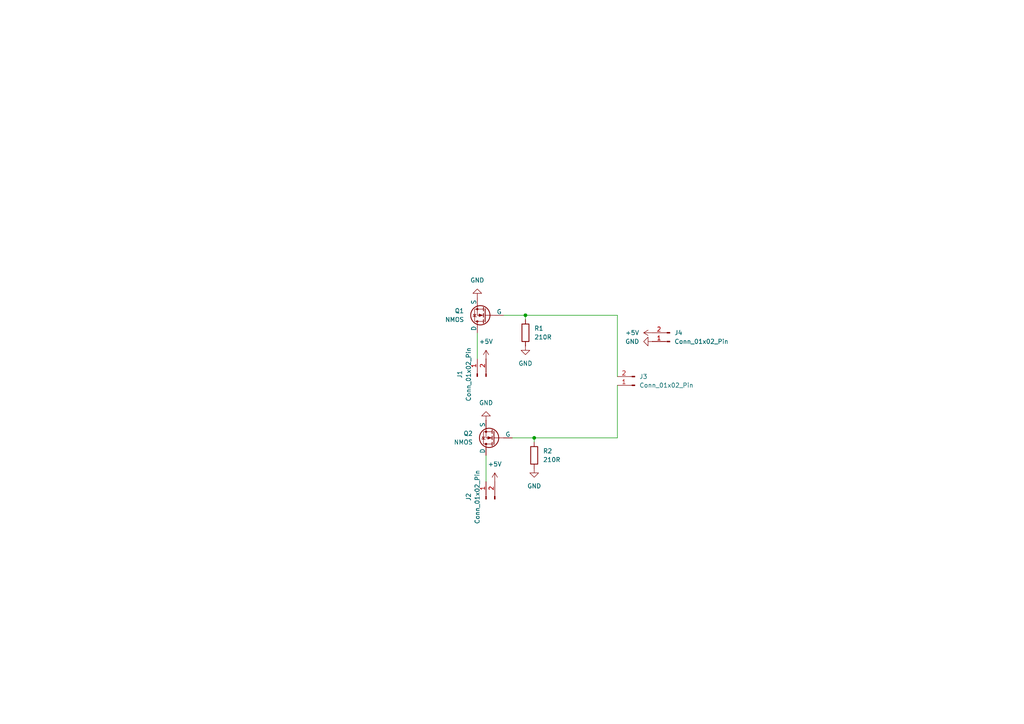
<source format=kicad_sch>
(kicad_sch (version 20250114) (generator "eeschema") (generator_version "9.0")
  (paper "A4")
  (lib_symbols
    (symbol "Connector:Conn_01x02_Pin" (pin_names (offset 1.016) (hide yes))
      (property "Reference" "J" (at 0 2.54 0))
      (property "Value" "Conn_01x02_Pin" (at 0 -5.08 0))
      (symbol "Conn_01x02_Pin_1_1"
        (rectangle (start 0.8636 0.127) (end 0 -0.127) (stroke (width 0.1524)) (fill (type outline)))
        (rectangle (start 0.8636 -2.413) (end 0 -2.667) (stroke (width 0.1524)) (fill (type outline)))
        (polyline (pts (xy 1.27 0) (xy 0.8636 0)) (stroke (width 0.1524)))
        (polyline (pts (xy 1.27 -2.54) (xy 0.8636 -2.54)) (stroke (width 0.1524)))
        (pin passive line (at 5.08 0 180) (length 3.81) (name "Pin_1") (number "1"))
        (pin passive line (at 5.08 -2.54 180) (length 3.81) (name "Pin_2") (number "2"))
      )
    )
    (symbol "Device:R" (pin_numbers (hide yes)) (pin_names (offset 0))
      (property "Reference" "R" (at 2.032 0 90))
      (property "Value" "R" (at 0 0 90))
      (symbol "R_0_1"
        (rectangle (start -1.016 -2.54) (end 1.016 2.54) (stroke (width 0.254)))
      )
      (symbol "R_1_1"
        (pin passive line (at 0 3.81 270) (length 1.27) (name "~") (number "1"))
        (pin passive line (at 0 -3.81 90) (length 1.27) (name "~") (number "2"))
      )
    )
    (symbol "Simulation_SPICE:NMOS" (pin_numbers (hide yes)) (pin_names (offset 0))
      (property "Reference" "Q" (at 5.08 1.27 0))
      (property "Value" "NMOS" (at 5.08 -1.27 0))
      (symbol "NMOS_0_1"
        (polyline (pts (xy 0.254 1.905) (xy 0.254 -1.905)) (stroke (width 0.254)))
        (polyline (pts (xy 0.254 0) (xy -2.54 0)))
        (polyline (pts (xy 0.762 2.286) (xy 0.762 1.27)) (stroke (width 0.254)))
        (polyline (pts (xy 0.762 0.508) (xy 0.762 -0.508)) (stroke (width 0.254)))
        (polyline (pts (xy 0.762 -1.27) (xy 0.762 -2.286)) (stroke (width 0.254)))
        (polyline (pts (xy 0.762 -1.778) (xy 3.302 -1.778) (xy 3.302 1.778) (xy 0.762 1.778)))
        (polyline (pts (xy 1.016 0) (xy 2.032 0.381) (xy 2.032 -0.381) (xy 1.016 0)) (fill (type outline)))
        (circle (center 1.651 0) (radius 2.794) (stroke (width 0.254)))
        (polyline (pts (xy 2.54 2.54) (xy 2.54 1.778)))
        (circle (center 2.54 1.778) (radius 0.254) (fill (type outline)))
        (circle (center 2.54 -1.778) (radius 0.254) (fill (type outline)))
        (polyline (pts (xy 2.54 -2.54) (xy 2.54 0) (xy 0.762 0)))
        (polyline (pts (xy 2.794 0.508) (xy 2.921 0.381) (xy 3.683 0.381) (xy 3.81 0.254)))
        (polyline (pts (xy 3.302 0.381) (xy 2.921 -0.254) (xy 3.683 -0.254) (xy 3.302 0.381)))
      )
      (symbol "NMOS_1_1"
        (pin input line (at -5.08 0 0) (length 2.54) (name "G") (number "2"))
        (pin passive line (at 2.54 5.08 270) (length 2.54) (name "D") (number "1"))
        (pin passive line (at 2.54 -5.08 90) (length 2.54) (name "S") (number "3"))
      )
    )
    (symbol "power:+5V" (power) (pin_numbers (hide yes)) (pin_names (offset 0) (hide yes))
      (property "Value" "+5V" (at 0 3.556 0))
      (symbol "+5V_0_1"
        (polyline (pts (xy -0.762 1.27) (xy 0 2.54)))
        (polyline (pts (xy 0 2.54) (xy 0.762 1.27)))
        (polyline (pts (xy 0 0) (xy 0 2.54)))
      )
      (symbol "+5V_1_1"
        (pin power_in line (at 0 0 90) (length 0) (name "~") (number "1"))
      )
    )
    (symbol "power:GND" (power) (pin_numbers (hide yes)) (pin_names (offset 0) (hide yes))
      (property "Value" "GND" (at 0 -3.81 0))
      (symbol "GND_0_1"
        (polyline (pts (xy 0 0) (xy 0 -1.27) (xy 1.27 -1.27) (xy 0 -2.54) (xy -1.27 -1.27) (xy 0 -1.27)))
      )
      (symbol "GND_1_1"
        (pin power_in line (at 0 0 270) (length 0) (name "~") (number "1"))
      )
    )
  )
  (junction (at 152.4 91.44))
  (junction (at 154.94 127))
  (wire (pts (xy 154.94 127) (xy 154.94 128.27)))
  (wire (pts (xy 152.4 91.44) (xy 179.07 91.44)))
  (wire (pts (xy 179.07 111.76) (xy 179.07 127)))
  (wire (pts (xy 154.94 127) (xy 179.07 127)))
  (wire (pts (xy 146.05 91.44) (xy 152.4 91.44)))
  (wire (pts (xy 148.59 127) (xy 154.94 127)))
  (wire (pts (xy 138.43 96.52) (xy 138.43 104.14)))
  (wire (pts (xy 179.07 91.44) (xy 179.07 109.22)))
  (wire (pts (xy 152.4 91.44) (xy 152.4 92.71)))
  (wire (pts (xy 140.97 132.08) (xy 140.97 139.7)))
  (symbol (lib_id "power:+5V") (at 189.23 96.52 90) (unit 1)
    (property "Reference" "#PWR07" (effects (hide yes)))
    (property "Value" "+5V" (at 185.42 96.5199 90) (effects (justify left)))
    (property "Description" "Power symbol creates a global label with name \"+5V\"" (effects (hide yes)))
  )
  (symbol (lib_id "Simulation_SPICE:NMOS") (at 140.97 91.44 180) (unit 1)
    (property "Reference" "Q1" (at 134.62 90.1699 0) (effects (justify left)))
    (property "Value" "NMOS" (at 134.62 92.7099 0) (effects (justify left)))
    (property "Footprint" "footprints:SOT23_TOS" (effects (hide yes)))
    (property "Datasheet" "https://ngspice.sourceforge.io/docs/ngspice-html-manual/manual.xhtml#cha_MOSFETs" (effects (hide yes)))
    (property "Description" "N-MOSFET transistor, drain/source/gate" (effects (hide yes)))
    (property "Sim.Device" "NMOS" (effects (hide yes)))
    (property "Sim.Type" "VDMOS" (effects (hide yes)))
    (property "Sim.Pins" "1=D 2=G 3=S" (effects (hide yes)))
  )
  (symbol (lib_id "power:+5V") (at 143.51 139.7 0) (unit 1)
    (property "Reference" "#PWR05" (effects (hide yes)))
    (property "Value" "+5V" (at 143.51 134.62 0))
    (property "Description" "Power symbol creates a global label with name \"+5V\"" (effects (hide yes)))
  )
  (symbol (lib_id "power:+5V") (at 140.97 104.14 0) (unit 1)
    (property "Reference" "#PWR02" (effects (hide yes)))
    (property "Value" "+5V" (at 140.97 99.06 0))
    (property "Description" "Power symbol creates a global label with name \"+5V\"" (effects (hide yes)))
  )
  (symbol (lib_id "Connector:Conn_01x02_Pin") (at 140.97 144.78 90) (unit 1)
    (property "Reference" "J2" (at 135.89 144.145 0))
    (property "Value" "Conn_01x02_Pin" (at 138.43 144.145 0))
    (property "Footprint" "Connector_JST:JST_XH_B2B-XH-A_1x02_P2.50mm_Vertical" (effects (hide yes)))
    (property "Description" "Generic connector, single row, 01x02, script generated" (effects (hide yes)))
  )
  (symbol (lib_id "power:GND") (at 189.23 99.06 270) (unit 1)
    (property "Reference" "#PWR08" (effects (hide yes)))
    (property "Value" "GND" (at 185.42 99.0599 90) (effects (justify right)))
    (property "Description" "Power symbol creates a global label with name \"GND\" , ground" (effects (hide yes)))
  )
  (symbol (lib_id "power:GND") (at 138.43 86.36 180) (unit 1)
    (property "Reference" "#PWR01" (effects (hide yes)))
    (property "Value" "GND" (at 138.43 81.28 0))
    (property "Description" "Power symbol creates a global label with name \"GND\" , ground" (effects (hide yes)))
  )
  (symbol (lib_id "Device:R") (at 154.94 132.08 0) (unit 1)
    (property "Reference" "R2" (at 157.48 130.8099 0) (effects (justify left)))
    (property "Value" "210R" (at 157.48 133.3499 0) (effects (justify left)))
    (property "Footprint" "footprints:RESC1005X40N" (effects (hide yes)))
    (property "Description" "Resistor" (effects (hide yes)))
  )
  (symbol (lib_id "power:GND") (at 154.94 135.89 0) (unit 1)
    (property "Reference" "#PWR06" (effects (hide yes)))
    (property "Value" "GND" (at 154.94 140.97 0))
    (property "Description" "Power symbol creates a global label with name \"GND\" , ground" (effects (hide yes)))
  )
  (symbol (lib_id "Device:R") (at 152.4 96.52 0) (unit 1)
    (property "Reference" "R1" (at 154.94 95.2499 0) (effects (justify left)))
    (property "Value" "210R" (at 154.94 97.7899 0) (effects (justify left)))
    (property "Footprint" "footprints:RESC1005X40N" (effects (hide yes)))
    (property "Description" "Resistor" (effects (hide yes)))
  )
  (symbol (lib_id "power:GND") (at 140.97 121.92 180) (unit 1)
    (property "Reference" "#PWR04" (effects (hide yes)))
    (property "Value" "GND" (at 140.97 116.84 0))
    (property "Description" "Power symbol creates a global label with name \"GND\" , ground" (effects (hide yes)))
  )
  (symbol (lib_id "Connector:Conn_01x02_Pin") (at 184.15 111.76 180) (unit 1)
    (property "Reference" "J3" (at 185.42 109.2199 0) (effects (justify right)))
    (property "Value" "Conn_01x02_Pin" (at 185.42 111.7599 0) (effects (justify right)))
    (property "Footprint" "Connector_JST:JST_XH_B2B-XH-A_1x02_P2.50mm_Vertical" (effects (hide yes)))
    (property "Description" "Generic connector, single row, 01x02, script generated" (effects (hide yes)))
  )
  (symbol (lib_id "Connector:Conn_01x02_Pin") (at 138.43 109.22 90) (unit 1)
    (property "Reference" "J1" (at 133.35 108.585 0))
    (property "Value" "Conn_01x02_Pin" (at 135.89 108.585 0))
    (property "Footprint" "Connector_JST:JST_XH_B2B-XH-A_1x02_P2.50mm_Vertical" (effects (hide yes)))
    (property "Description" "Generic connector, single row, 01x02, script generated" (effects (hide yes)))
  )
  (symbol (lib_id "Connector:Conn_01x02_Pin") (at 194.31 99.06 180) (unit 1)
    (property "Reference" "J4" (at 195.58 96.5199 0) (effects (justify right)))
    (property "Value" "Conn_01x02_Pin" (at 195.58 99.0599 0) (effects (justify right)))
    (property "Footprint" "Connector_JST:JST_XH_B2B-XH-A_1x02_P2.50mm_Vertical" (effects (hide yes)))
    (property "Description" "Generic connector, single row, 01x02, script generated" (effects (hide yes)))
  )
  (symbol (lib_id "Simulation_SPICE:NMOS") (at 143.51 127 180) (unit 1)
    (property "Reference" "Q2" (at 137.16 125.7299 0) (effects (justify left)))
    (property "Value" "NMOS" (at 137.16 128.2699 0) (effects (justify left)))
    (property "Footprint" "footprints:SOT23_TOS" (effects (hide yes)))
    (property "Datasheet" "https://ngspice.sourceforge.io/docs/ngspice-html-manual/manual.xhtml#cha_MOSFETs" (effects (hide yes)))
    (property "Description" "N-MOSFET transistor, drain/source/gate" (effects (hide yes)))
    (property "Sim.Device" "NMOS" (effects (hide yes)))
    (property "Sim.Type" "VDMOS" (effects (hide yes)))
    (property "Sim.Pins" "1=D 2=G 3=S" (effects (hide yes)))
  )
  (symbol (lib_id "power:GND") (at 152.4 100.33 0) (unit 1)
    (property "Reference" "#PWR03" (effects (hide yes)))
    (property "Value" "GND" (at 152.4 105.41 0))
    (property "Description" "Power symbol creates a global label with name \"GND\" , ground" (effects (hide yes)))
  )
)
</source>
